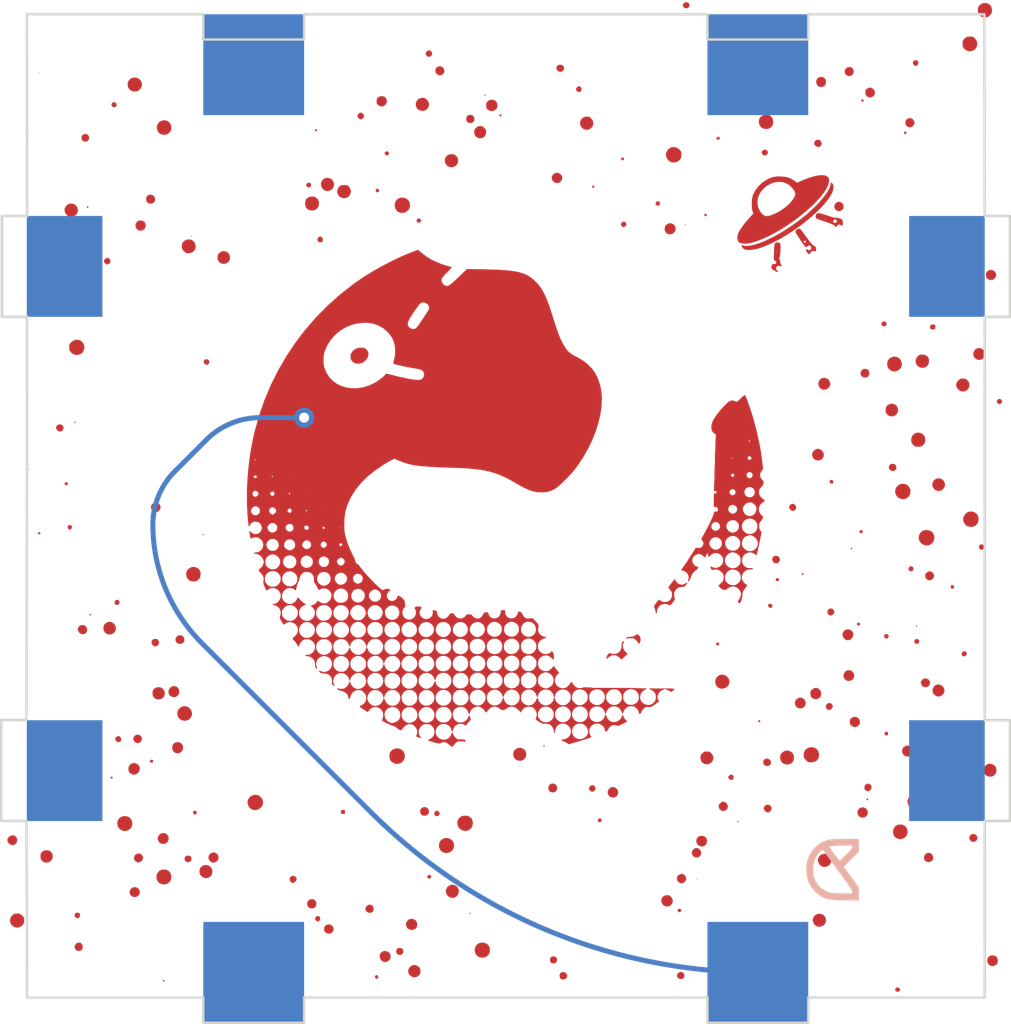
<source format=kicad_pcb>
(kicad_pcb (version 20210722) (generator pcbnew)
  (layers (0 "F.Cu" signal "Front") (31 "B.Cu" signal "Back") (34 "B.Paste" user) (35 "F.Paste" user) (36 "B.SilkS" user "B.Silkscreen") (37 "F.SilkS" user "F.Silkscreen") (38 "B.Mask" user) (39 "F.Mask" user) (44 "Edge.Cuts" user))
  (net 0 "")
  (footprint "" (layer "F.Cu") (at 50.146577 41.646577)
    (fp_text reference "")
    (fp_text value "")
  )
  (footprint "LOGO" (layer "F.Cu") (at 32.646577 30.646577 -90)
    (fp_text reference "G***" hide)
    (fp_text value "LOGO" hide)
  )
  (footprint "" (layer "F.Cu") (at 42.646577 13.646577)
    (fp_text reference "")
    (fp_text value "")
  )
  (footprint "LOGO" (layer "F.Cu") (at 32.646577 30.646577 -90)
    (fp_text reference "G***" hide)
    (fp_text value "LOGO" hide)
  )
  (footprint "" (layer "F.Cu") (at 15.146577 21.646577)
    (fp_text reference "")
    (fp_text value "")
  )
  (footprint "" (layer "F.Cu") (at 15.146577 41.646577)
    (fp_text reference "")
    (fp_text value "")
  )
  (footprint "LOGO" (layer "F.Cu") (at 32.646577 30.646577 -90)
    (fp_text reference "G***" hide)
    (fp_text value "LOGO" hide)
  )
  (footprint "" (layer "F.Cu") (at 50.146577 21.646577)
    (fp_text reference "")
    (fp_text value "")
  )
  (footprint "LOGO" (layer "F.Cu") (at 44.646577 46.646577)
    (fp_text reference "G***" hide)
    (fp_text value "LOGO" hide)
  )
  (footprint "LOGO" (layer "F.Cu") (at 32.646577 30.646577 -90)
    (fp_text reference "G***" hide)
    (fp_text value "LOGO" hide)
  )
  (footprint "LOGO" (layer "F.Cu") (at 32.646577 30.646577 -90)
    (fp_text reference "G***" hide)
    (fp_text value "LOGO" hide)
  )
  (footprint "LOGO" (layer "F.Cu") (at 32.646577 30.646577 -90)
    (fp_text reference "G***" hide)
    (fp_text value "LOGO" hide)
  )
  (footprint "" (layer "F.Cu") (at 22.646577 13.646577)
    (fp_text reference "")
    (fp_text value "")
  )
  (footprint "LOGO" (layer "F.Cu") (at 32.646577 30.646577 -90)
    (fp_text reference "G***" hide)
    (fp_text value "LOGO" hide)
  )
  (footprint "Components:JoinPad" (layer "B.Cu") (at 42.646577 49.646577 180)
    (fp_text reference "REF**" hide)
    (fp_text value "JoinPad" hide)
  )
  (footprint "Components:JoinPad" (layer "B.Cu") (at 22.646577 49.646577 180)
    (fp_text reference "REF**" hide)
    (fp_text value "JoinPad" hide)
  )
  (gr_line (start 44.646577 51.646577) (end 40.646577 51.646577) (layer "Edge.Cuts") (width 0.1))
  (gr_line (start 12.632227 39.638657) (end 13.632227 39.638657) (layer "Edge.Cuts") (width 0.1))
  (gr_line (start 13.660927 19.646577) (end 13.646577 11.646577) (layer "Edge.Cuts") (width 0.1))
  (gr_line (start 24.646577 50.646577) (end 24.646577 51.646577) (layer "Edge.Cuts") (width 0.1))
  (gr_line (start 20.646577 11.646577) (end 13.646577 11.646577) (layer "Edge.Cuts") (width 0.1))
  (gr_line (start 13.660927 23.646577) (end 12.660927 23.646577) (layer "Edge.Cuts") (width 0.1))
  (gr_line (start 20.646577 51.646577) (end 20.646577 50.646577) (layer "Edge.Cuts") (width 0.1))
  (gr_line (start 51.646577 43.646577) (end 51.646577 50.646577) (layer "Edge.Cuts") (width 0.1))
  (gr_line (start 13.660927 50.646577) (end 13.632227 43.638657) (layer "Edge.Cuts") (width 0.1))
  (gr_line (start 24.646577 51.646577) (end 20.646577 51.646577) (layer "Edge.Cuts") (width 0.1))
  (gr_line (start 51.632227 11.646577) (end 44.646577 11.646577) (layer "Edge.Cuts") (width 0.1))
  (gr_line (start 24.646577 12.646577) (end 20.646577 12.646577) (layer "Edge.Cuts") (width 0.1))
  (gr_line (start 52.646577 39.646577) (end 52.646577 43.646577) (layer "Edge.Cuts") (width 0.1))
  (gr_line (start 52.646577 43.646577) (end 51.646577 43.646577) (layer "Edge.Cuts") (width 0.1))
  (gr_line (start 44.646577 50.646577) (end 44.646577 51.646577) (layer "Edge.Cuts") (width 0.1))
  (gr_line (start 13.632227 39.638657) (end 13.660927 23.646577) (layer "Edge.Cuts") (width 0.1))
  (gr_line (start 52.646577 19.646577) (end 52.646577 23.646577) (layer "Edge.Cuts") (width 0.1))
  (gr_line (start 24.646577 11.646577) (end 24.646577 12.646577) (layer "Edge.Cuts") (width 0.1))
  (gr_line (start 40.646577 51.646577) (end 40.646577 50.646577) (layer "Edge.Cuts") (width 0.1))
  (gr_line (start 44.646577 12.646577) (end 40.646577 12.646577) (layer "Edge.Cuts") (width 0.1))
  (gr_line (start 51.632227 11.646577) (end 51.646577 19.646577) (layer "Edge.Cuts") (width 0.1))
  (gr_line (start 40.646577 11.646577) (end 24.646577 11.646577) (layer "Edge.Cuts") (width 0.1))
  (gr_line (start 12.632227 43.638657) (end 12.632227 39.638657) (layer "Edge.Cuts") (width 0.1))
  (gr_line (start 51.646577 23.646577) (end 51.646577 39.646577) (layer "Edge.Cuts") (width 0.1))
  (gr_line (start 51.646577 50.646577) (end 44.646577 50.646577) (layer "Edge.Cuts") (width 0.1))
  (gr_line (start 12.660927 19.646577) (end 13.660927 19.646577) (layer "Edge.Cuts") (width 0.1))
  (gr_line (start 44.646577 11.646577) (end 44.646577 12.646577) (layer "Edge.Cuts") (width 0.1))
  (gr_line (start 20.646577 50.646577) (end 13.660927 50.646577) (layer "Edge.Cuts") (width 0.1))
  (gr_line (start 12.660927 23.646577) (end 12.660927 19.646577) (layer "Edge.Cuts") (width 0.1))
  (gr_line (start 52.646577 23.646577) (end 51.646577 23.646577) (layer "Edge.Cuts") (width 0.1))
  (gr_line (start 13.632227 43.638657) (end 12.632227 43.638657) (layer "Edge.Cuts") (width 0.1))
  (gr_line (start 51.646577 19.646577) (end 52.646577 19.646577) (layer "Edge.Cuts") (width 0.1))
  (gr_line (start 20.646577 12.646577) (end 20.646577 11.646577) (layer "Edge.Cuts") (width 0.1))
  (gr_line (start 51.646577 39.646577) (end 52.646577 39.646577) (layer "Edge.Cuts") (width 0.1))
  (gr_line (start 40.646577 12.646577) (end 40.646577 11.646577) (layer "Edge.Cuts") (width 0.1))
  (gr_line (start 40.646577 50.646577) (end 24.646577 50.646577) (layer "Edge.Cuts") (width 0.1))
  (via (at 24.646577 27.646577) (size 0.8) (drill 0.4) (layers "F.Cu" "B.Cu") (net 0))
  (segment (start 27.282635 43.282635) (end 21.646577 37.646577) (width 0.2) (layer "B.Cu") (net 0))
  (segment (start 21.646577 37.646577) (end 20.59632 36.59632) (width 0.2) (layer "B.Cu") (net 0))
  (segment (start 22.889218 27.646577) (end 24.646577 27.646577) (width 0.2) (layer "B.Cu") (net 0))
  (segment (start 19.525258 29.767896) (end 20.767898 28.525256) (width 0.2) (layer "B.Cu") (net 0))
  (arc (start 27.282635 43.282635) (mid 34.331659 47.992642) (end 42.646577 49.646577) (width 0.2) (layer "B.Cu") (net 0))
  (arc (start 22.889218 27.646577) (mid 21.741168 27.874938) (end 20.767898 28.525256) (width 0.2) (layer "B.Cu") (net 0))
  (arc (start 19.525258 29.767896) (mid 18.874939 30.741168) (end 18.646577 31.889218) (width 0.2) (layer "B.Cu") (net 0))
  (arc (start 20.59632 36.59632) (mid 19.153299 34.436686) (end 18.646577 31.889218) (width 0.2) (layer "B.Cu") (net 0))
)
</source>
